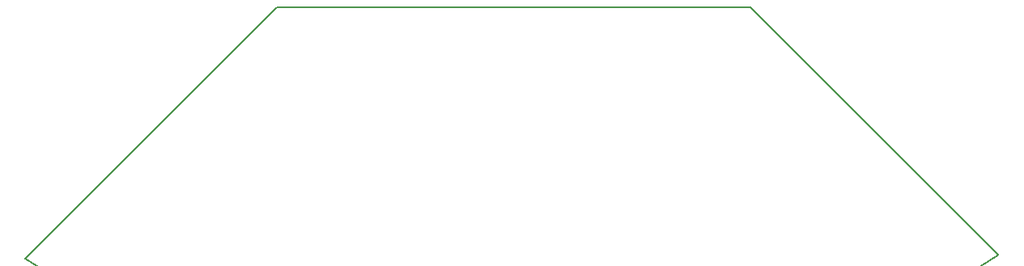
<source format=gbr>
G04 #@! TF.GenerationSoftware,KiCad,Pcbnew,(6.0.8)*
G04 #@! TF.CreationDate,2023-06-04T15:58:15+09:00*
G04 #@! TF.ProjectId,supply_board,73757070-6c79-45f6-926f-6172642e6b69,rev?*
G04 #@! TF.SameCoordinates,Original*
G04 #@! TF.FileFunction,Profile,NP*
%FSLAX46Y46*%
G04 Gerber Fmt 4.6, Leading zero omitted, Abs format (unit mm)*
G04 Created by KiCad (PCBNEW (6.0.8)) date 2023-06-04 15:58:15*
%MOMM*%
%LPD*%
G01*
G04 APERTURE LIST*
G04 #@! TA.AperFunction,Profile*
%ADD10C,0.200000*%
G04 #@! TD*
G04 APERTURE END LIST*
D10*
X83361136Y-94525989D02*
G75*
G03*
X185143223Y-94122104I50584756J77388796D01*
G01*
X159229380Y-68208260D02*
X185143223Y-94122104D01*
X109678865Y-68208260D02*
X159229380Y-68208260D01*
X83361136Y-94525989D02*
X109678865Y-68208260D01*
M02*

</source>
